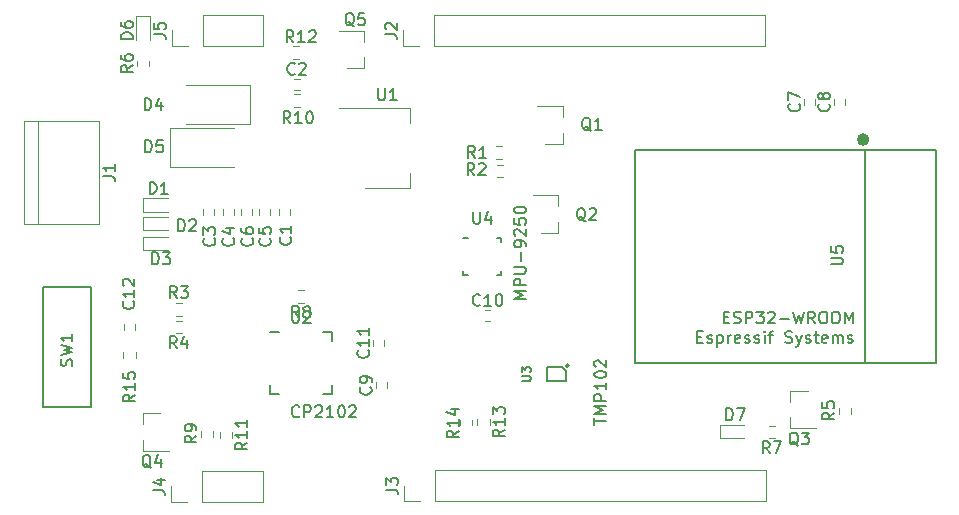
<source format=gto>
G04 #@! TF.GenerationSoftware,KiCad,Pcbnew,5.0.0-rc2-dev-unknown-e0e0687~62~ubuntu16.04.1*
G04 #@! TF.CreationDate,2018-03-18T12:36:43+01:00*
G04 #@! TF.ProjectId,GhostESP32,47686F737445535033322E6B69636164,rev?*
G04 #@! TF.SameCoordinates,Original*
G04 #@! TF.FileFunction,Legend,Top*
G04 #@! TF.FilePolarity,Positive*
%FSLAX46Y46*%
G04 Gerber Fmt 4.6, Leading zero omitted, Abs format (unit mm)*
G04 Created by KiCad (PCBNEW 5.0.0-rc2-dev-unknown-e0e0687~62~ubuntu16.04.1) date Sun Mar 18 12:36:43 2018*
%MOMM*%
%LPD*%
G01*
G04 APERTURE LIST*
%ADD10C,0.150000*%
%ADD11C,0.120000*%
%ADD12C,0.177800*%
%ADD13C,0.500000*%
%ADD14C,0.152400*%
G04 APERTURE END LIST*
D10*
X117054761Y-116157142D02*
X117007142Y-116204761D01*
X116864285Y-116252380D01*
X116769047Y-116252380D01*
X116626190Y-116204761D01*
X116530952Y-116109523D01*
X116483333Y-116014285D01*
X116435714Y-115823809D01*
X116435714Y-115680952D01*
X116483333Y-115490476D01*
X116530952Y-115395238D01*
X116626190Y-115300000D01*
X116769047Y-115252380D01*
X116864285Y-115252380D01*
X117007142Y-115300000D01*
X117054761Y-115347619D01*
X117483333Y-116252380D02*
X117483333Y-115252380D01*
X117864285Y-115252380D01*
X117959523Y-115300000D01*
X118007142Y-115347619D01*
X118054761Y-115442857D01*
X118054761Y-115585714D01*
X118007142Y-115680952D01*
X117959523Y-115728571D01*
X117864285Y-115776190D01*
X117483333Y-115776190D01*
X118435714Y-115347619D02*
X118483333Y-115300000D01*
X118578571Y-115252380D01*
X118816666Y-115252380D01*
X118911904Y-115300000D01*
X118959523Y-115347619D01*
X119007142Y-115442857D01*
X119007142Y-115538095D01*
X118959523Y-115680952D01*
X118388095Y-116252380D01*
X119007142Y-116252380D01*
X119959523Y-116252380D02*
X119388095Y-116252380D01*
X119673809Y-116252380D02*
X119673809Y-115252380D01*
X119578571Y-115395238D01*
X119483333Y-115490476D01*
X119388095Y-115538095D01*
X120578571Y-115252380D02*
X120673809Y-115252380D01*
X120769047Y-115300000D01*
X120816666Y-115347619D01*
X120864285Y-115442857D01*
X120911904Y-115633333D01*
X120911904Y-115871428D01*
X120864285Y-116061904D01*
X120816666Y-116157142D01*
X120769047Y-116204761D01*
X120673809Y-116252380D01*
X120578571Y-116252380D01*
X120483333Y-116204761D01*
X120435714Y-116157142D01*
X120388095Y-116061904D01*
X120340476Y-115871428D01*
X120340476Y-115633333D01*
X120388095Y-115442857D01*
X120435714Y-115347619D01*
X120483333Y-115300000D01*
X120578571Y-115252380D01*
X121292857Y-115347619D02*
X121340476Y-115300000D01*
X121435714Y-115252380D01*
X121673809Y-115252380D01*
X121769047Y-115300000D01*
X121816666Y-115347619D01*
X121864285Y-115442857D01*
X121864285Y-115538095D01*
X121816666Y-115680952D01*
X121245238Y-116252380D01*
X121864285Y-116252380D01*
X136252380Y-106230952D02*
X135252380Y-106230952D01*
X135966666Y-105897619D01*
X135252380Y-105564285D01*
X136252380Y-105564285D01*
X136252380Y-105088095D02*
X135252380Y-105088095D01*
X135252380Y-104707142D01*
X135300000Y-104611904D01*
X135347619Y-104564285D01*
X135442857Y-104516666D01*
X135585714Y-104516666D01*
X135680952Y-104564285D01*
X135728571Y-104611904D01*
X135776190Y-104707142D01*
X135776190Y-105088095D01*
X135252380Y-104088095D02*
X136061904Y-104088095D01*
X136157142Y-104040476D01*
X136204761Y-103992857D01*
X136252380Y-103897619D01*
X136252380Y-103707142D01*
X136204761Y-103611904D01*
X136157142Y-103564285D01*
X136061904Y-103516666D01*
X135252380Y-103516666D01*
X135871428Y-103040476D02*
X135871428Y-102278571D01*
X136252380Y-101754761D02*
X136252380Y-101564285D01*
X136204761Y-101469047D01*
X136157142Y-101421428D01*
X136014285Y-101326190D01*
X135823809Y-101278571D01*
X135442857Y-101278571D01*
X135347619Y-101326190D01*
X135300000Y-101373809D01*
X135252380Y-101469047D01*
X135252380Y-101659523D01*
X135300000Y-101754761D01*
X135347619Y-101802380D01*
X135442857Y-101850000D01*
X135680952Y-101850000D01*
X135776190Y-101802380D01*
X135823809Y-101754761D01*
X135871428Y-101659523D01*
X135871428Y-101469047D01*
X135823809Y-101373809D01*
X135776190Y-101326190D01*
X135680952Y-101278571D01*
X135347619Y-100897619D02*
X135300000Y-100850000D01*
X135252380Y-100754761D01*
X135252380Y-100516666D01*
X135300000Y-100421428D01*
X135347619Y-100373809D01*
X135442857Y-100326190D01*
X135538095Y-100326190D01*
X135680952Y-100373809D01*
X136252380Y-100945238D01*
X136252380Y-100326190D01*
X135252380Y-99421428D02*
X135252380Y-99897619D01*
X135728571Y-99945238D01*
X135680952Y-99897619D01*
X135633333Y-99802380D01*
X135633333Y-99564285D01*
X135680952Y-99469047D01*
X135728571Y-99421428D01*
X135823809Y-99373809D01*
X136061904Y-99373809D01*
X136157142Y-99421428D01*
X136204761Y-99469047D01*
X136252380Y-99564285D01*
X136252380Y-99802380D01*
X136204761Y-99897619D01*
X136157142Y-99945238D01*
X135252380Y-98754761D02*
X135252380Y-98659523D01*
X135300000Y-98564285D01*
X135347619Y-98516666D01*
X135442857Y-98469047D01*
X135633333Y-98421428D01*
X135871428Y-98421428D01*
X136061904Y-98469047D01*
X136157142Y-98516666D01*
X136204761Y-98564285D01*
X136252380Y-98659523D01*
X136252380Y-98754761D01*
X136204761Y-98850000D01*
X136157142Y-98897619D01*
X136061904Y-98945238D01*
X135871428Y-98992857D01*
X135633333Y-98992857D01*
X135442857Y-98945238D01*
X135347619Y-98897619D01*
X135300000Y-98850000D01*
X135252380Y-98754761D01*
X142052380Y-116885714D02*
X142052380Y-116314285D01*
X143052380Y-116600000D02*
X142052380Y-116600000D01*
X143052380Y-115980952D02*
X142052380Y-115980952D01*
X142766666Y-115647619D01*
X142052380Y-115314285D01*
X143052380Y-115314285D01*
X143052380Y-114838095D02*
X142052380Y-114838095D01*
X142052380Y-114457142D01*
X142100000Y-114361904D01*
X142147619Y-114314285D01*
X142242857Y-114266666D01*
X142385714Y-114266666D01*
X142480952Y-114314285D01*
X142528571Y-114361904D01*
X142576190Y-114457142D01*
X142576190Y-114838095D01*
X143052380Y-113314285D02*
X143052380Y-113885714D01*
X143052380Y-113600000D02*
X142052380Y-113600000D01*
X142195238Y-113695238D01*
X142290476Y-113790476D01*
X142338095Y-113885714D01*
X142052380Y-112695238D02*
X142052380Y-112600000D01*
X142100000Y-112504761D01*
X142147619Y-112457142D01*
X142242857Y-112409523D01*
X142433333Y-112361904D01*
X142671428Y-112361904D01*
X142861904Y-112409523D01*
X142957142Y-112457142D01*
X143004761Y-112504761D01*
X143052380Y-112600000D01*
X143052380Y-112695238D01*
X143004761Y-112790476D01*
X142957142Y-112838095D01*
X142861904Y-112885714D01*
X142671428Y-112933333D01*
X142433333Y-112933333D01*
X142242857Y-112885714D01*
X142147619Y-112838095D01*
X142100000Y-112790476D01*
X142052380Y-112695238D01*
X142147619Y-111980952D02*
X142100000Y-111933333D01*
X142052380Y-111838095D01*
X142052380Y-111600000D01*
X142100000Y-111504761D01*
X142147619Y-111457142D01*
X142242857Y-111409523D01*
X142338095Y-111409523D01*
X142480952Y-111457142D01*
X143052380Y-112028571D01*
X143052380Y-111409523D01*
D11*
X106600000Y-107680000D02*
X107100000Y-107680000D01*
X107100000Y-106620000D02*
X106600000Y-106620000D01*
D12*
X139891421Y-111900000D02*
G75*
G03X139891421Y-111900000I-141421J0D01*
G01*
X139350000Y-112000000D02*
X138050000Y-112000000D01*
X139650000Y-112300000D02*
X139650000Y-113200000D01*
X139350000Y-112000000D02*
X139650000Y-112300000D01*
X138050000Y-112000000D02*
X138050000Y-113200000D01*
X138050000Y-113200000D02*
X139650000Y-113200000D01*
D11*
X113980000Y-123430000D02*
X113980000Y-120770000D01*
X108840000Y-123430000D02*
X113980000Y-123430000D01*
X108840000Y-120770000D02*
X113980000Y-120770000D01*
X108840000Y-123430000D02*
X108840000Y-120770000D01*
X107570000Y-123430000D02*
X106240000Y-123430000D01*
X106240000Y-123430000D02*
X106240000Y-122100000D01*
X112850000Y-91450000D02*
X112850000Y-88150000D01*
X112850000Y-88150000D02*
X107450000Y-88150000D01*
X112850000Y-91450000D02*
X107450000Y-91450000D01*
X117100000Y-88920000D02*
X116600000Y-88920000D01*
X116600000Y-89980000D02*
X117100000Y-89980000D01*
X103170000Y-108850000D02*
X103170000Y-108350000D01*
X102230000Y-108350000D02*
X102230000Y-108850000D01*
X124270000Y-110200000D02*
X124270000Y-109700000D01*
X123330000Y-109700000D02*
X123330000Y-110200000D01*
X133250000Y-107180000D02*
X132750000Y-107180000D01*
X132750000Y-108120000D02*
X133250000Y-108120000D01*
X124470000Y-113800000D02*
X124470000Y-113300000D01*
X123530000Y-113300000D02*
X123530000Y-113800000D01*
X162330000Y-89300000D02*
X162330000Y-89800000D01*
X163270000Y-89800000D02*
X163270000Y-89300000D01*
X160770000Y-89800000D02*
X160770000Y-89300000D01*
X159830000Y-89300000D02*
X159830000Y-89800000D01*
X113070000Y-99100000D02*
X113070000Y-98600000D01*
X112130000Y-98600000D02*
X112130000Y-99100000D01*
X113630000Y-98600000D02*
X113630000Y-99100000D01*
X114570000Y-99100000D02*
X114570000Y-98600000D01*
X111570000Y-99100000D02*
X111570000Y-98600000D01*
X110630000Y-98600000D02*
X110630000Y-99100000D01*
X108930000Y-98600000D02*
X108930000Y-99100000D01*
X109870000Y-99100000D02*
X109870000Y-98600000D01*
X116650000Y-88520000D02*
X117150000Y-88520000D01*
X117150000Y-87580000D02*
X116650000Y-87580000D01*
X115380000Y-98600000D02*
X115380000Y-99100000D01*
X116320000Y-99100000D02*
X116320000Y-98600000D01*
X93720000Y-91150000D02*
X100130000Y-91150000D01*
X94950000Y-99850000D02*
X94950000Y-91150000D01*
X100130000Y-99850000D02*
X93720000Y-99850000D01*
X100130000Y-91150000D02*
X100130000Y-99850000D01*
X93720000Y-91150000D02*
X93720000Y-99850000D01*
X103850000Y-97730000D02*
X105950000Y-97730000D01*
X103850000Y-98870000D02*
X105950000Y-98870000D01*
X103850000Y-97730000D02*
X103850000Y-98870000D01*
X103850000Y-99280000D02*
X103850000Y-100420000D01*
X103850000Y-100420000D02*
X105950000Y-100420000D01*
X103850000Y-99280000D02*
X105950000Y-99280000D01*
X103850000Y-100980000D02*
X105950000Y-100980000D01*
X103850000Y-102120000D02*
X105950000Y-102120000D01*
X103850000Y-100980000D02*
X103850000Y-102120000D01*
X104420000Y-82250000D02*
X103280000Y-82250000D01*
X103280000Y-82250000D02*
X103280000Y-84350000D01*
X104420000Y-82250000D02*
X104420000Y-84350000D01*
X152650000Y-116880000D02*
X154750000Y-116880000D01*
X152650000Y-118020000D02*
X154750000Y-118020000D01*
X152650000Y-116880000D02*
X152650000Y-118020000D01*
X106100000Y-91750000D02*
X111500000Y-91750000D01*
X106100000Y-95050000D02*
X111500000Y-95050000D01*
X106100000Y-91750000D02*
X106100000Y-95050000D01*
D10*
X130965000Y-101050000D02*
X131365000Y-101050000D01*
X134165000Y-101050000D02*
X133765000Y-101050000D01*
X134165000Y-101050000D02*
X134165000Y-101450000D01*
X134165000Y-104250000D02*
X133765000Y-104250000D01*
X134165000Y-104250000D02*
X134165000Y-103850000D01*
X130965000Y-104250000D02*
X131365000Y-104250000D01*
X130965000Y-104250000D02*
X130965000Y-103850000D01*
X119837500Y-109037500D02*
X119087500Y-109037500D01*
X119837500Y-114287500D02*
X119087500Y-114287500D01*
X114587500Y-114287500D02*
X115337500Y-114287500D01*
X114587500Y-109037500D02*
X115337500Y-109037500D01*
X119837500Y-114287500D02*
X119837500Y-113537500D01*
X114587500Y-114287500D02*
X114587500Y-113537500D01*
X119837500Y-109037500D02*
X119837500Y-109787500D01*
D13*
X165087981Y-92744000D02*
G75*
G03X165087981Y-92744000I-283981J0D01*
G01*
D10*
X164950000Y-111650000D02*
X164950000Y-93650000D01*
X170950000Y-93650000D02*
X145450000Y-93650000D01*
X170950000Y-111650000D02*
X145450000Y-111650000D01*
X145450000Y-111650000D02*
X145450000Y-93650000D01*
X170950000Y-111650000D02*
X170950000Y-93650000D01*
X99432000Y-115380000D02*
X99432000Y-105220000D01*
X99432000Y-105220000D02*
X95368000Y-105220000D01*
X95368000Y-105220000D02*
X95368000Y-115380000D01*
X95368000Y-115380000D02*
X99432000Y-115380000D01*
X99432000Y-115380000D02*
X99432000Y-115380000D01*
D11*
X106290000Y-84830000D02*
X106290000Y-83500000D01*
X107620000Y-84830000D02*
X106290000Y-84830000D01*
X108890000Y-84830000D02*
X108890000Y-82170000D01*
X108890000Y-82170000D02*
X114030000Y-82170000D01*
X108890000Y-84830000D02*
X114030000Y-84830000D01*
X114030000Y-84830000D02*
X114030000Y-82170000D01*
X156570000Y-123380000D02*
X156570000Y-120720000D01*
X128570000Y-123380000D02*
X156570000Y-123380000D01*
X128570000Y-120720000D02*
X156570000Y-120720000D01*
X128570000Y-123380000D02*
X128570000Y-120720000D01*
X127300000Y-123380000D02*
X125970000Y-123380000D01*
X125970000Y-123380000D02*
X125970000Y-122050000D01*
X125880000Y-84830000D02*
X125880000Y-83500000D01*
X127210000Y-84830000D02*
X125880000Y-84830000D01*
X128480000Y-84830000D02*
X128480000Y-82170000D01*
X128480000Y-82170000D02*
X156480000Y-82170000D01*
X128480000Y-84830000D02*
X156480000Y-84830000D01*
X156480000Y-84830000D02*
X156480000Y-82170000D01*
X116550000Y-85880000D02*
X117050000Y-85880000D01*
X117050000Y-84820000D02*
X116550000Y-84820000D01*
X102170000Y-110700000D02*
X102170000Y-111200000D01*
X103230000Y-111200000D02*
X103230000Y-110700000D01*
X130670000Y-116450000D02*
X130670000Y-116950000D01*
X131730000Y-116950000D02*
X131730000Y-116450000D01*
X134250000Y-93320000D02*
X133750000Y-93320000D01*
X133750000Y-94380000D02*
X134250000Y-94380000D01*
X133800000Y-95930000D02*
X134300000Y-95930000D01*
X134300000Y-94870000D02*
X133800000Y-94870000D01*
X107100000Y-108070000D02*
X106600000Y-108070000D01*
X106600000Y-109130000D02*
X107100000Y-109130000D01*
X103320000Y-86050000D02*
X103320000Y-86550000D01*
X104380000Y-86550000D02*
X104380000Y-86050000D01*
X157300000Y-116970000D02*
X156800000Y-116970000D01*
X156800000Y-118030000D02*
X157300000Y-118030000D01*
X116950000Y-106580000D02*
X117450000Y-106580000D01*
X117450000Y-105520000D02*
X116950000Y-105520000D01*
X109780000Y-117900000D02*
X109780000Y-117400000D01*
X108720000Y-117400000D02*
X108720000Y-117900000D01*
X110320000Y-117500000D02*
X110320000Y-118000000D01*
X111380000Y-118000000D02*
X111380000Y-117500000D01*
X133180000Y-116900000D02*
X133180000Y-116400000D01*
X132120000Y-116400000D02*
X132120000Y-116900000D01*
X163780000Y-115950000D02*
X163780000Y-115450000D01*
X162720000Y-115450000D02*
X162720000Y-115950000D01*
X120400000Y-90040000D02*
X126410000Y-90040000D01*
X122650000Y-96860000D02*
X126410000Y-96860000D01*
X126410000Y-90040000D02*
X126410000Y-91300000D01*
X126410000Y-96860000D02*
X126410000Y-95600000D01*
X139010000Y-100630000D02*
X137550000Y-100630000D01*
X139010000Y-97470000D02*
X136850000Y-97470000D01*
X139010000Y-97470000D02*
X139010000Y-98400000D01*
X139010000Y-100630000D02*
X139010000Y-99700000D01*
X158640000Y-114020000D02*
X158640000Y-114950000D01*
X158640000Y-117180000D02*
X158640000Y-116250000D01*
X158640000Y-117180000D02*
X160800000Y-117180000D01*
X158640000Y-114020000D02*
X160100000Y-114020000D01*
X139360000Y-93080000D02*
X137900000Y-93080000D01*
X139360000Y-89920000D02*
X137200000Y-89920000D01*
X139360000Y-89920000D02*
X139360000Y-90850000D01*
X139360000Y-93080000D02*
X139360000Y-92150000D01*
X122560000Y-86680000D02*
X122560000Y-85750000D01*
X122560000Y-83520000D02*
X122560000Y-84450000D01*
X122560000Y-83520000D02*
X120400000Y-83520000D01*
X122560000Y-86680000D02*
X121100000Y-86680000D01*
X103840000Y-115920000D02*
X105300000Y-115920000D01*
X103840000Y-119080000D02*
X106000000Y-119080000D01*
X103840000Y-119080000D02*
X103840000Y-118150000D01*
X103840000Y-115920000D02*
X103840000Y-116850000D01*
D10*
X106683333Y-106152380D02*
X106350000Y-105676190D01*
X106111904Y-106152380D02*
X106111904Y-105152380D01*
X106492857Y-105152380D01*
X106588095Y-105200000D01*
X106635714Y-105247619D01*
X106683333Y-105342857D01*
X106683333Y-105485714D01*
X106635714Y-105580952D01*
X106588095Y-105628571D01*
X106492857Y-105676190D01*
X106111904Y-105676190D01*
X107016666Y-105152380D02*
X107635714Y-105152380D01*
X107302380Y-105533333D01*
X107445238Y-105533333D01*
X107540476Y-105580952D01*
X107588095Y-105628571D01*
X107635714Y-105723809D01*
X107635714Y-105961904D01*
X107588095Y-106057142D01*
X107540476Y-106104761D01*
X107445238Y-106152380D01*
X107159523Y-106152380D01*
X107064285Y-106104761D01*
X107016666Y-106057142D01*
D14*
X135892714Y-113180571D02*
X136509571Y-113180571D01*
X136582142Y-113144285D01*
X136618428Y-113108000D01*
X136654714Y-113035428D01*
X136654714Y-112890285D01*
X136618428Y-112817714D01*
X136582142Y-112781428D01*
X136509571Y-112745142D01*
X135892714Y-112745142D01*
X135892714Y-112454857D02*
X135892714Y-111983142D01*
X136183000Y-112237142D01*
X136183000Y-112128285D01*
X136219285Y-112055714D01*
X136255571Y-112019428D01*
X136328142Y-111983142D01*
X136509571Y-111983142D01*
X136582142Y-112019428D01*
X136618428Y-112055714D01*
X136654714Y-112128285D01*
X136654714Y-112346000D01*
X136618428Y-112418571D01*
X136582142Y-112454857D01*
D10*
X104692380Y-122433333D02*
X105406666Y-122433333D01*
X105549523Y-122480952D01*
X105644761Y-122576190D01*
X105692380Y-122719047D01*
X105692380Y-122814285D01*
X105025714Y-121528571D02*
X105692380Y-121528571D01*
X104644761Y-121766666D02*
X105359047Y-122004761D01*
X105359047Y-121385714D01*
X103961904Y-90252380D02*
X103961904Y-89252380D01*
X104200000Y-89252380D01*
X104342857Y-89300000D01*
X104438095Y-89395238D01*
X104485714Y-89490476D01*
X104533333Y-89680952D01*
X104533333Y-89823809D01*
X104485714Y-90014285D01*
X104438095Y-90109523D01*
X104342857Y-90204761D01*
X104200000Y-90252380D01*
X103961904Y-90252380D01*
X105390476Y-89585714D02*
X105390476Y-90252380D01*
X105152380Y-89204761D02*
X104914285Y-89919047D01*
X105533333Y-89919047D01*
X116307142Y-91352380D02*
X115973809Y-90876190D01*
X115735714Y-91352380D02*
X115735714Y-90352380D01*
X116116666Y-90352380D01*
X116211904Y-90400000D01*
X116259523Y-90447619D01*
X116307142Y-90542857D01*
X116307142Y-90685714D01*
X116259523Y-90780952D01*
X116211904Y-90828571D01*
X116116666Y-90876190D01*
X115735714Y-90876190D01*
X117259523Y-91352380D02*
X116688095Y-91352380D01*
X116973809Y-91352380D02*
X116973809Y-90352380D01*
X116878571Y-90495238D01*
X116783333Y-90590476D01*
X116688095Y-90638095D01*
X117878571Y-90352380D02*
X117973809Y-90352380D01*
X118069047Y-90400000D01*
X118116666Y-90447619D01*
X118164285Y-90542857D01*
X118211904Y-90733333D01*
X118211904Y-90971428D01*
X118164285Y-91161904D01*
X118116666Y-91257142D01*
X118069047Y-91304761D01*
X117973809Y-91352380D01*
X117878571Y-91352380D01*
X117783333Y-91304761D01*
X117735714Y-91257142D01*
X117688095Y-91161904D01*
X117640476Y-90971428D01*
X117640476Y-90733333D01*
X117688095Y-90542857D01*
X117735714Y-90447619D01*
X117783333Y-90400000D01*
X117878571Y-90352380D01*
X103007142Y-106442857D02*
X103054761Y-106490476D01*
X103102380Y-106633333D01*
X103102380Y-106728571D01*
X103054761Y-106871428D01*
X102959523Y-106966666D01*
X102864285Y-107014285D01*
X102673809Y-107061904D01*
X102530952Y-107061904D01*
X102340476Y-107014285D01*
X102245238Y-106966666D01*
X102150000Y-106871428D01*
X102102380Y-106728571D01*
X102102380Y-106633333D01*
X102150000Y-106490476D01*
X102197619Y-106442857D01*
X103102380Y-105490476D02*
X103102380Y-106061904D01*
X103102380Y-105776190D02*
X102102380Y-105776190D01*
X102245238Y-105871428D01*
X102340476Y-105966666D01*
X102388095Y-106061904D01*
X102197619Y-105109523D02*
X102150000Y-105061904D01*
X102102380Y-104966666D01*
X102102380Y-104728571D01*
X102150000Y-104633333D01*
X102197619Y-104585714D01*
X102292857Y-104538095D01*
X102388095Y-104538095D01*
X102530952Y-104585714D01*
X103102380Y-105157142D01*
X103102380Y-104538095D01*
X122887142Y-110592857D02*
X122934761Y-110640476D01*
X122982380Y-110783333D01*
X122982380Y-110878571D01*
X122934761Y-111021428D01*
X122839523Y-111116666D01*
X122744285Y-111164285D01*
X122553809Y-111211904D01*
X122410952Y-111211904D01*
X122220476Y-111164285D01*
X122125238Y-111116666D01*
X122030000Y-111021428D01*
X121982380Y-110878571D01*
X121982380Y-110783333D01*
X122030000Y-110640476D01*
X122077619Y-110592857D01*
X122982380Y-109640476D02*
X122982380Y-110211904D01*
X122982380Y-109926190D02*
X121982380Y-109926190D01*
X122125238Y-110021428D01*
X122220476Y-110116666D01*
X122268095Y-110211904D01*
X122982380Y-108688095D02*
X122982380Y-109259523D01*
X122982380Y-108973809D02*
X121982380Y-108973809D01*
X122125238Y-109069047D01*
X122220476Y-109164285D01*
X122268095Y-109259523D01*
X132357142Y-106737142D02*
X132309523Y-106784761D01*
X132166666Y-106832380D01*
X132071428Y-106832380D01*
X131928571Y-106784761D01*
X131833333Y-106689523D01*
X131785714Y-106594285D01*
X131738095Y-106403809D01*
X131738095Y-106260952D01*
X131785714Y-106070476D01*
X131833333Y-105975238D01*
X131928571Y-105880000D01*
X132071428Y-105832380D01*
X132166666Y-105832380D01*
X132309523Y-105880000D01*
X132357142Y-105927619D01*
X133309523Y-106832380D02*
X132738095Y-106832380D01*
X133023809Y-106832380D02*
X133023809Y-105832380D01*
X132928571Y-105975238D01*
X132833333Y-106070476D01*
X132738095Y-106118095D01*
X133928571Y-105832380D02*
X134023809Y-105832380D01*
X134119047Y-105880000D01*
X134166666Y-105927619D01*
X134214285Y-106022857D01*
X134261904Y-106213333D01*
X134261904Y-106451428D01*
X134214285Y-106641904D01*
X134166666Y-106737142D01*
X134119047Y-106784761D01*
X134023809Y-106832380D01*
X133928571Y-106832380D01*
X133833333Y-106784761D01*
X133785714Y-106737142D01*
X133738095Y-106641904D01*
X133690476Y-106451428D01*
X133690476Y-106213333D01*
X133738095Y-106022857D01*
X133785714Y-105927619D01*
X133833333Y-105880000D01*
X133928571Y-105832380D01*
X123087142Y-113716666D02*
X123134761Y-113764285D01*
X123182380Y-113907142D01*
X123182380Y-114002380D01*
X123134761Y-114145238D01*
X123039523Y-114240476D01*
X122944285Y-114288095D01*
X122753809Y-114335714D01*
X122610952Y-114335714D01*
X122420476Y-114288095D01*
X122325238Y-114240476D01*
X122230000Y-114145238D01*
X122182380Y-114002380D01*
X122182380Y-113907142D01*
X122230000Y-113764285D01*
X122277619Y-113716666D01*
X123182380Y-113240476D02*
X123182380Y-113050000D01*
X123134761Y-112954761D01*
X123087142Y-112907142D01*
X122944285Y-112811904D01*
X122753809Y-112764285D01*
X122372857Y-112764285D01*
X122277619Y-112811904D01*
X122230000Y-112859523D01*
X122182380Y-112954761D01*
X122182380Y-113145238D01*
X122230000Y-113240476D01*
X122277619Y-113288095D01*
X122372857Y-113335714D01*
X122610952Y-113335714D01*
X122706190Y-113288095D01*
X122753809Y-113240476D01*
X122801428Y-113145238D01*
X122801428Y-112954761D01*
X122753809Y-112859523D01*
X122706190Y-112811904D01*
X122610952Y-112764285D01*
X161887142Y-89716666D02*
X161934761Y-89764285D01*
X161982380Y-89907142D01*
X161982380Y-90002380D01*
X161934761Y-90145238D01*
X161839523Y-90240476D01*
X161744285Y-90288095D01*
X161553809Y-90335714D01*
X161410952Y-90335714D01*
X161220476Y-90288095D01*
X161125238Y-90240476D01*
X161030000Y-90145238D01*
X160982380Y-90002380D01*
X160982380Y-89907142D01*
X161030000Y-89764285D01*
X161077619Y-89716666D01*
X161410952Y-89145238D02*
X161363333Y-89240476D01*
X161315714Y-89288095D01*
X161220476Y-89335714D01*
X161172857Y-89335714D01*
X161077619Y-89288095D01*
X161030000Y-89240476D01*
X160982380Y-89145238D01*
X160982380Y-88954761D01*
X161030000Y-88859523D01*
X161077619Y-88811904D01*
X161172857Y-88764285D01*
X161220476Y-88764285D01*
X161315714Y-88811904D01*
X161363333Y-88859523D01*
X161410952Y-88954761D01*
X161410952Y-89145238D01*
X161458571Y-89240476D01*
X161506190Y-89288095D01*
X161601428Y-89335714D01*
X161791904Y-89335714D01*
X161887142Y-89288095D01*
X161934761Y-89240476D01*
X161982380Y-89145238D01*
X161982380Y-88954761D01*
X161934761Y-88859523D01*
X161887142Y-88811904D01*
X161791904Y-88764285D01*
X161601428Y-88764285D01*
X161506190Y-88811904D01*
X161458571Y-88859523D01*
X161410952Y-88954761D01*
X159387142Y-89716666D02*
X159434761Y-89764285D01*
X159482380Y-89907142D01*
X159482380Y-90002380D01*
X159434761Y-90145238D01*
X159339523Y-90240476D01*
X159244285Y-90288095D01*
X159053809Y-90335714D01*
X158910952Y-90335714D01*
X158720476Y-90288095D01*
X158625238Y-90240476D01*
X158530000Y-90145238D01*
X158482380Y-90002380D01*
X158482380Y-89907142D01*
X158530000Y-89764285D01*
X158577619Y-89716666D01*
X158482380Y-89383333D02*
X158482380Y-88716666D01*
X159482380Y-89145238D01*
X113057142Y-101116666D02*
X113104761Y-101164285D01*
X113152380Y-101307142D01*
X113152380Y-101402380D01*
X113104761Y-101545238D01*
X113009523Y-101640476D01*
X112914285Y-101688095D01*
X112723809Y-101735714D01*
X112580952Y-101735714D01*
X112390476Y-101688095D01*
X112295238Y-101640476D01*
X112200000Y-101545238D01*
X112152380Y-101402380D01*
X112152380Y-101307142D01*
X112200000Y-101164285D01*
X112247619Y-101116666D01*
X112152380Y-100259523D02*
X112152380Y-100450000D01*
X112200000Y-100545238D01*
X112247619Y-100592857D01*
X112390476Y-100688095D01*
X112580952Y-100735714D01*
X112961904Y-100735714D01*
X113057142Y-100688095D01*
X113104761Y-100640476D01*
X113152380Y-100545238D01*
X113152380Y-100354761D01*
X113104761Y-100259523D01*
X113057142Y-100211904D01*
X112961904Y-100164285D01*
X112723809Y-100164285D01*
X112628571Y-100211904D01*
X112580952Y-100259523D01*
X112533333Y-100354761D01*
X112533333Y-100545238D01*
X112580952Y-100640476D01*
X112628571Y-100688095D01*
X112723809Y-100735714D01*
X114557142Y-101116666D02*
X114604761Y-101164285D01*
X114652380Y-101307142D01*
X114652380Y-101402380D01*
X114604761Y-101545238D01*
X114509523Y-101640476D01*
X114414285Y-101688095D01*
X114223809Y-101735714D01*
X114080952Y-101735714D01*
X113890476Y-101688095D01*
X113795238Y-101640476D01*
X113700000Y-101545238D01*
X113652380Y-101402380D01*
X113652380Y-101307142D01*
X113700000Y-101164285D01*
X113747619Y-101116666D01*
X113652380Y-100211904D02*
X113652380Y-100688095D01*
X114128571Y-100735714D01*
X114080952Y-100688095D01*
X114033333Y-100592857D01*
X114033333Y-100354761D01*
X114080952Y-100259523D01*
X114128571Y-100211904D01*
X114223809Y-100164285D01*
X114461904Y-100164285D01*
X114557142Y-100211904D01*
X114604761Y-100259523D01*
X114652380Y-100354761D01*
X114652380Y-100592857D01*
X114604761Y-100688095D01*
X114557142Y-100735714D01*
X111457142Y-101116666D02*
X111504761Y-101164285D01*
X111552380Y-101307142D01*
X111552380Y-101402380D01*
X111504761Y-101545238D01*
X111409523Y-101640476D01*
X111314285Y-101688095D01*
X111123809Y-101735714D01*
X110980952Y-101735714D01*
X110790476Y-101688095D01*
X110695238Y-101640476D01*
X110600000Y-101545238D01*
X110552380Y-101402380D01*
X110552380Y-101307142D01*
X110600000Y-101164285D01*
X110647619Y-101116666D01*
X110885714Y-100259523D02*
X111552380Y-100259523D01*
X110504761Y-100497619D02*
X111219047Y-100735714D01*
X111219047Y-100116666D01*
X109857142Y-101116666D02*
X109904761Y-101164285D01*
X109952380Y-101307142D01*
X109952380Y-101402380D01*
X109904761Y-101545238D01*
X109809523Y-101640476D01*
X109714285Y-101688095D01*
X109523809Y-101735714D01*
X109380952Y-101735714D01*
X109190476Y-101688095D01*
X109095238Y-101640476D01*
X109000000Y-101545238D01*
X108952380Y-101402380D01*
X108952380Y-101307142D01*
X109000000Y-101164285D01*
X109047619Y-101116666D01*
X108952380Y-100783333D02*
X108952380Y-100164285D01*
X109333333Y-100497619D01*
X109333333Y-100354761D01*
X109380952Y-100259523D01*
X109428571Y-100211904D01*
X109523809Y-100164285D01*
X109761904Y-100164285D01*
X109857142Y-100211904D01*
X109904761Y-100259523D01*
X109952380Y-100354761D01*
X109952380Y-100640476D01*
X109904761Y-100735714D01*
X109857142Y-100783333D01*
X116683333Y-87157142D02*
X116635714Y-87204761D01*
X116492857Y-87252380D01*
X116397619Y-87252380D01*
X116254761Y-87204761D01*
X116159523Y-87109523D01*
X116111904Y-87014285D01*
X116064285Y-86823809D01*
X116064285Y-86680952D01*
X116111904Y-86490476D01*
X116159523Y-86395238D01*
X116254761Y-86300000D01*
X116397619Y-86252380D01*
X116492857Y-86252380D01*
X116635714Y-86300000D01*
X116683333Y-86347619D01*
X117064285Y-86347619D02*
X117111904Y-86300000D01*
X117207142Y-86252380D01*
X117445238Y-86252380D01*
X117540476Y-86300000D01*
X117588095Y-86347619D01*
X117635714Y-86442857D01*
X117635714Y-86538095D01*
X117588095Y-86680952D01*
X117016666Y-87252380D01*
X117635714Y-87252380D01*
X116307142Y-101016666D02*
X116354761Y-101064285D01*
X116402380Y-101207142D01*
X116402380Y-101302380D01*
X116354761Y-101445238D01*
X116259523Y-101540476D01*
X116164285Y-101588095D01*
X115973809Y-101635714D01*
X115830952Y-101635714D01*
X115640476Y-101588095D01*
X115545238Y-101540476D01*
X115450000Y-101445238D01*
X115402380Y-101302380D01*
X115402380Y-101207142D01*
X115450000Y-101064285D01*
X115497619Y-101016666D01*
X116402380Y-100064285D02*
X116402380Y-100635714D01*
X116402380Y-100350000D02*
X115402380Y-100350000D01*
X115545238Y-100445238D01*
X115640476Y-100540476D01*
X115688095Y-100635714D01*
X100442380Y-95833333D02*
X101156666Y-95833333D01*
X101299523Y-95880952D01*
X101394761Y-95976190D01*
X101442380Y-96119047D01*
X101442380Y-96214285D01*
X101442380Y-94833333D02*
X101442380Y-95404761D01*
X101442380Y-95119047D02*
X100442380Y-95119047D01*
X100585238Y-95214285D01*
X100680476Y-95309523D01*
X100728095Y-95404761D01*
X104411904Y-97352380D02*
X104411904Y-96352380D01*
X104650000Y-96352380D01*
X104792857Y-96400000D01*
X104888095Y-96495238D01*
X104935714Y-96590476D01*
X104983333Y-96780952D01*
X104983333Y-96923809D01*
X104935714Y-97114285D01*
X104888095Y-97209523D01*
X104792857Y-97304761D01*
X104650000Y-97352380D01*
X104411904Y-97352380D01*
X105935714Y-97352380D02*
X105364285Y-97352380D01*
X105650000Y-97352380D02*
X105650000Y-96352380D01*
X105554761Y-96495238D01*
X105459523Y-96590476D01*
X105364285Y-96638095D01*
X106811904Y-100502380D02*
X106811904Y-99502380D01*
X107050000Y-99502380D01*
X107192857Y-99550000D01*
X107288095Y-99645238D01*
X107335714Y-99740476D01*
X107383333Y-99930952D01*
X107383333Y-100073809D01*
X107335714Y-100264285D01*
X107288095Y-100359523D01*
X107192857Y-100454761D01*
X107050000Y-100502380D01*
X106811904Y-100502380D01*
X107764285Y-99597619D02*
X107811904Y-99550000D01*
X107907142Y-99502380D01*
X108145238Y-99502380D01*
X108240476Y-99550000D01*
X108288095Y-99597619D01*
X108335714Y-99692857D01*
X108335714Y-99788095D01*
X108288095Y-99930952D01*
X107716666Y-100502380D01*
X108335714Y-100502380D01*
X104611904Y-103302380D02*
X104611904Y-102302380D01*
X104850000Y-102302380D01*
X104992857Y-102350000D01*
X105088095Y-102445238D01*
X105135714Y-102540476D01*
X105183333Y-102730952D01*
X105183333Y-102873809D01*
X105135714Y-103064285D01*
X105088095Y-103159523D01*
X104992857Y-103254761D01*
X104850000Y-103302380D01*
X104611904Y-103302380D01*
X105516666Y-102302380D02*
X106135714Y-102302380D01*
X105802380Y-102683333D01*
X105945238Y-102683333D01*
X106040476Y-102730952D01*
X106088095Y-102778571D01*
X106135714Y-102873809D01*
X106135714Y-103111904D01*
X106088095Y-103207142D01*
X106040476Y-103254761D01*
X105945238Y-103302380D01*
X105659523Y-103302380D01*
X105564285Y-103254761D01*
X105516666Y-103207142D01*
X102952380Y-84238095D02*
X101952380Y-84238095D01*
X101952380Y-84000000D01*
X102000000Y-83857142D01*
X102095238Y-83761904D01*
X102190476Y-83714285D01*
X102380952Y-83666666D01*
X102523809Y-83666666D01*
X102714285Y-83714285D01*
X102809523Y-83761904D01*
X102904761Y-83857142D01*
X102952380Y-84000000D01*
X102952380Y-84238095D01*
X101952380Y-82809523D02*
X101952380Y-83000000D01*
X102000000Y-83095238D01*
X102047619Y-83142857D01*
X102190476Y-83238095D01*
X102380952Y-83285714D01*
X102761904Y-83285714D01*
X102857142Y-83238095D01*
X102904761Y-83190476D01*
X102952380Y-83095238D01*
X102952380Y-82904761D01*
X102904761Y-82809523D01*
X102857142Y-82761904D01*
X102761904Y-82714285D01*
X102523809Y-82714285D01*
X102428571Y-82761904D01*
X102380952Y-82809523D01*
X102333333Y-82904761D01*
X102333333Y-83095238D01*
X102380952Y-83190476D01*
X102428571Y-83238095D01*
X102523809Y-83285714D01*
X153211904Y-116502380D02*
X153211904Y-115502380D01*
X153450000Y-115502380D01*
X153592857Y-115550000D01*
X153688095Y-115645238D01*
X153735714Y-115740476D01*
X153783333Y-115930952D01*
X153783333Y-116073809D01*
X153735714Y-116264285D01*
X153688095Y-116359523D01*
X153592857Y-116454761D01*
X153450000Y-116502380D01*
X153211904Y-116502380D01*
X154116666Y-115502380D02*
X154783333Y-115502380D01*
X154354761Y-116502380D01*
X104011904Y-93802380D02*
X104011904Y-92802380D01*
X104250000Y-92802380D01*
X104392857Y-92850000D01*
X104488095Y-92945238D01*
X104535714Y-93040476D01*
X104583333Y-93230952D01*
X104583333Y-93373809D01*
X104535714Y-93564285D01*
X104488095Y-93659523D01*
X104392857Y-93754761D01*
X104250000Y-93802380D01*
X104011904Y-93802380D01*
X105488095Y-92802380D02*
X105011904Y-92802380D01*
X104964285Y-93278571D01*
X105011904Y-93230952D01*
X105107142Y-93183333D01*
X105345238Y-93183333D01*
X105440476Y-93230952D01*
X105488095Y-93278571D01*
X105535714Y-93373809D01*
X105535714Y-93611904D01*
X105488095Y-93707142D01*
X105440476Y-93754761D01*
X105345238Y-93802380D01*
X105107142Y-93802380D01*
X105011904Y-93754761D01*
X104964285Y-93707142D01*
X131803095Y-98852380D02*
X131803095Y-99661904D01*
X131850714Y-99757142D01*
X131898333Y-99804761D01*
X131993571Y-99852380D01*
X132184047Y-99852380D01*
X132279285Y-99804761D01*
X132326904Y-99757142D01*
X132374523Y-99661904D01*
X132374523Y-98852380D01*
X133279285Y-99185714D02*
X133279285Y-99852380D01*
X133041190Y-98804761D02*
X132803095Y-99519047D01*
X133422142Y-99519047D01*
X116450595Y-107239880D02*
X116450595Y-108049404D01*
X116498214Y-108144642D01*
X116545833Y-108192261D01*
X116641071Y-108239880D01*
X116831547Y-108239880D01*
X116926785Y-108192261D01*
X116974404Y-108144642D01*
X117022023Y-108049404D01*
X117022023Y-107239880D01*
X117450595Y-107335119D02*
X117498214Y-107287500D01*
X117593452Y-107239880D01*
X117831547Y-107239880D01*
X117926785Y-107287500D01*
X117974404Y-107335119D01*
X118022023Y-107430357D01*
X118022023Y-107525595D01*
X117974404Y-107668452D01*
X117402976Y-108239880D01*
X118022023Y-108239880D01*
X162102380Y-103311904D02*
X162911904Y-103311904D01*
X163007142Y-103264285D01*
X163054761Y-103216666D01*
X163102380Y-103121428D01*
X163102380Y-102930952D01*
X163054761Y-102835714D01*
X163007142Y-102788095D01*
X162911904Y-102740476D01*
X162102380Y-102740476D01*
X162102380Y-101788095D02*
X162102380Y-102264285D01*
X162578571Y-102311904D01*
X162530952Y-102264285D01*
X162483333Y-102169047D01*
X162483333Y-101930952D01*
X162530952Y-101835714D01*
X162578571Y-101788095D01*
X162673809Y-101740476D01*
X162911904Y-101740476D01*
X163007142Y-101788095D01*
X163054761Y-101835714D01*
X163102380Y-101930952D01*
X163102380Y-102169047D01*
X163054761Y-102264285D01*
X163007142Y-102311904D01*
X150739571Y-109436571D02*
X151072904Y-109436571D01*
X151215761Y-109960380D02*
X150739571Y-109960380D01*
X150739571Y-108960380D01*
X151215761Y-108960380D01*
X151596714Y-109912761D02*
X151691952Y-109960380D01*
X151882428Y-109960380D01*
X151977666Y-109912761D01*
X152025285Y-109817523D01*
X152025285Y-109769904D01*
X151977666Y-109674666D01*
X151882428Y-109627047D01*
X151739571Y-109627047D01*
X151644333Y-109579428D01*
X151596714Y-109484190D01*
X151596714Y-109436571D01*
X151644333Y-109341333D01*
X151739571Y-109293714D01*
X151882428Y-109293714D01*
X151977666Y-109341333D01*
X152453857Y-109293714D02*
X152453857Y-110293714D01*
X152453857Y-109341333D02*
X152549095Y-109293714D01*
X152739571Y-109293714D01*
X152834809Y-109341333D01*
X152882428Y-109388952D01*
X152930047Y-109484190D01*
X152930047Y-109769904D01*
X152882428Y-109865142D01*
X152834809Y-109912761D01*
X152739571Y-109960380D01*
X152549095Y-109960380D01*
X152453857Y-109912761D01*
X153358619Y-109960380D02*
X153358619Y-109293714D01*
X153358619Y-109484190D02*
X153406238Y-109388952D01*
X153453857Y-109341333D01*
X153549095Y-109293714D01*
X153644333Y-109293714D01*
X154358619Y-109912761D02*
X154263380Y-109960380D01*
X154072904Y-109960380D01*
X153977666Y-109912761D01*
X153930047Y-109817523D01*
X153930047Y-109436571D01*
X153977666Y-109341333D01*
X154072904Y-109293714D01*
X154263380Y-109293714D01*
X154358619Y-109341333D01*
X154406238Y-109436571D01*
X154406238Y-109531809D01*
X153930047Y-109627047D01*
X154787190Y-109912761D02*
X154882428Y-109960380D01*
X155072904Y-109960380D01*
X155168142Y-109912761D01*
X155215761Y-109817523D01*
X155215761Y-109769904D01*
X155168142Y-109674666D01*
X155072904Y-109627047D01*
X154930047Y-109627047D01*
X154834809Y-109579428D01*
X154787190Y-109484190D01*
X154787190Y-109436571D01*
X154834809Y-109341333D01*
X154930047Y-109293714D01*
X155072904Y-109293714D01*
X155168142Y-109341333D01*
X155596714Y-109912761D02*
X155691952Y-109960380D01*
X155882428Y-109960380D01*
X155977666Y-109912761D01*
X156025285Y-109817523D01*
X156025285Y-109769904D01*
X155977666Y-109674666D01*
X155882428Y-109627047D01*
X155739571Y-109627047D01*
X155644333Y-109579428D01*
X155596714Y-109484190D01*
X155596714Y-109436571D01*
X155644333Y-109341333D01*
X155739571Y-109293714D01*
X155882428Y-109293714D01*
X155977666Y-109341333D01*
X156453857Y-109960380D02*
X156453857Y-109293714D01*
X156453857Y-108960380D02*
X156406238Y-109008000D01*
X156453857Y-109055619D01*
X156501476Y-109008000D01*
X156453857Y-108960380D01*
X156453857Y-109055619D01*
X156787190Y-109293714D02*
X157168142Y-109293714D01*
X156930047Y-109960380D02*
X156930047Y-109103238D01*
X156977666Y-109008000D01*
X157072904Y-108960380D01*
X157168142Y-108960380D01*
X158215761Y-109912761D02*
X158358619Y-109960380D01*
X158596714Y-109960380D01*
X158691952Y-109912761D01*
X158739571Y-109865142D01*
X158787190Y-109769904D01*
X158787190Y-109674666D01*
X158739571Y-109579428D01*
X158691952Y-109531809D01*
X158596714Y-109484190D01*
X158406238Y-109436571D01*
X158311000Y-109388952D01*
X158263380Y-109341333D01*
X158215761Y-109246095D01*
X158215761Y-109150857D01*
X158263380Y-109055619D01*
X158311000Y-109008000D01*
X158406238Y-108960380D01*
X158644333Y-108960380D01*
X158787190Y-109008000D01*
X159120523Y-109293714D02*
X159358619Y-109960380D01*
X159596714Y-109293714D02*
X159358619Y-109960380D01*
X159263380Y-110198476D01*
X159215761Y-110246095D01*
X159120523Y-110293714D01*
X159930047Y-109912761D02*
X160025285Y-109960380D01*
X160215761Y-109960380D01*
X160311000Y-109912761D01*
X160358619Y-109817523D01*
X160358619Y-109769904D01*
X160311000Y-109674666D01*
X160215761Y-109627047D01*
X160072904Y-109627047D01*
X159977666Y-109579428D01*
X159930047Y-109484190D01*
X159930047Y-109436571D01*
X159977666Y-109341333D01*
X160072904Y-109293714D01*
X160215761Y-109293714D01*
X160311000Y-109341333D01*
X160644333Y-109293714D02*
X161025285Y-109293714D01*
X160787190Y-108960380D02*
X160787190Y-109817523D01*
X160834809Y-109912761D01*
X160930047Y-109960380D01*
X161025285Y-109960380D01*
X161739571Y-109912761D02*
X161644333Y-109960380D01*
X161453857Y-109960380D01*
X161358619Y-109912761D01*
X161311000Y-109817523D01*
X161311000Y-109436571D01*
X161358619Y-109341333D01*
X161453857Y-109293714D01*
X161644333Y-109293714D01*
X161739571Y-109341333D01*
X161787190Y-109436571D01*
X161787190Y-109531809D01*
X161311000Y-109627047D01*
X162215761Y-109960380D02*
X162215761Y-109293714D01*
X162215761Y-109388952D02*
X162263380Y-109341333D01*
X162358619Y-109293714D01*
X162501476Y-109293714D01*
X162596714Y-109341333D01*
X162644333Y-109436571D01*
X162644333Y-109960380D01*
X162644333Y-109436571D02*
X162691952Y-109341333D01*
X162787190Y-109293714D01*
X162930047Y-109293714D01*
X163025285Y-109341333D01*
X163072904Y-109436571D01*
X163072904Y-109960380D01*
X163501476Y-109912761D02*
X163596714Y-109960380D01*
X163787190Y-109960380D01*
X163882428Y-109912761D01*
X163930047Y-109817523D01*
X163930047Y-109769904D01*
X163882428Y-109674666D01*
X163787190Y-109627047D01*
X163644333Y-109627047D01*
X163549095Y-109579428D01*
X163501476Y-109484190D01*
X163501476Y-109436571D01*
X163549095Y-109341333D01*
X163644333Y-109293714D01*
X163787190Y-109293714D01*
X163882428Y-109341333D01*
X153001619Y-107785571D02*
X153334952Y-107785571D01*
X153477809Y-108309380D02*
X153001619Y-108309380D01*
X153001619Y-107309380D01*
X153477809Y-107309380D01*
X153858761Y-108261761D02*
X154001619Y-108309380D01*
X154239714Y-108309380D01*
X154334952Y-108261761D01*
X154382571Y-108214142D01*
X154430190Y-108118904D01*
X154430190Y-108023666D01*
X154382571Y-107928428D01*
X154334952Y-107880809D01*
X154239714Y-107833190D01*
X154049238Y-107785571D01*
X153954000Y-107737952D01*
X153906380Y-107690333D01*
X153858761Y-107595095D01*
X153858761Y-107499857D01*
X153906380Y-107404619D01*
X153954000Y-107357000D01*
X154049238Y-107309380D01*
X154287333Y-107309380D01*
X154430190Y-107357000D01*
X154858761Y-108309380D02*
X154858761Y-107309380D01*
X155239714Y-107309380D01*
X155334952Y-107357000D01*
X155382571Y-107404619D01*
X155430190Y-107499857D01*
X155430190Y-107642714D01*
X155382571Y-107737952D01*
X155334952Y-107785571D01*
X155239714Y-107833190D01*
X154858761Y-107833190D01*
X155763523Y-107309380D02*
X156382571Y-107309380D01*
X156049238Y-107690333D01*
X156192095Y-107690333D01*
X156287333Y-107737952D01*
X156334952Y-107785571D01*
X156382571Y-107880809D01*
X156382571Y-108118904D01*
X156334952Y-108214142D01*
X156287333Y-108261761D01*
X156192095Y-108309380D01*
X155906380Y-108309380D01*
X155811142Y-108261761D01*
X155763523Y-108214142D01*
X156763523Y-107404619D02*
X156811142Y-107357000D01*
X156906380Y-107309380D01*
X157144476Y-107309380D01*
X157239714Y-107357000D01*
X157287333Y-107404619D01*
X157334952Y-107499857D01*
X157334952Y-107595095D01*
X157287333Y-107737952D01*
X156715904Y-108309380D01*
X157334952Y-108309380D01*
X157763523Y-107928428D02*
X158525428Y-107928428D01*
X158906380Y-107309380D02*
X159144476Y-108309380D01*
X159334952Y-107595095D01*
X159525428Y-108309380D01*
X159763523Y-107309380D01*
X160715904Y-108309380D02*
X160382571Y-107833190D01*
X160144476Y-108309380D02*
X160144476Y-107309380D01*
X160525428Y-107309380D01*
X160620666Y-107357000D01*
X160668285Y-107404619D01*
X160715904Y-107499857D01*
X160715904Y-107642714D01*
X160668285Y-107737952D01*
X160620666Y-107785571D01*
X160525428Y-107833190D01*
X160144476Y-107833190D01*
X161334952Y-107309380D02*
X161525428Y-107309380D01*
X161620666Y-107357000D01*
X161715904Y-107452238D01*
X161763523Y-107642714D01*
X161763523Y-107976047D01*
X161715904Y-108166523D01*
X161620666Y-108261761D01*
X161525428Y-108309380D01*
X161334952Y-108309380D01*
X161239714Y-108261761D01*
X161144476Y-108166523D01*
X161096857Y-107976047D01*
X161096857Y-107642714D01*
X161144476Y-107452238D01*
X161239714Y-107357000D01*
X161334952Y-107309380D01*
X162382571Y-107309380D02*
X162573047Y-107309380D01*
X162668285Y-107357000D01*
X162763523Y-107452238D01*
X162811142Y-107642714D01*
X162811142Y-107976047D01*
X162763523Y-108166523D01*
X162668285Y-108261761D01*
X162573047Y-108309380D01*
X162382571Y-108309380D01*
X162287333Y-108261761D01*
X162192095Y-108166523D01*
X162144476Y-107976047D01*
X162144476Y-107642714D01*
X162192095Y-107452238D01*
X162287333Y-107357000D01*
X162382571Y-107309380D01*
X163239714Y-108309380D02*
X163239714Y-107309380D01*
X163573047Y-108023666D01*
X163906380Y-107309380D01*
X163906380Y-108309380D01*
X97804761Y-111887333D02*
X97852380Y-111744476D01*
X97852380Y-111506380D01*
X97804761Y-111411142D01*
X97757142Y-111363523D01*
X97661904Y-111315904D01*
X97566666Y-111315904D01*
X97471428Y-111363523D01*
X97423809Y-111411142D01*
X97376190Y-111506380D01*
X97328571Y-111696857D01*
X97280952Y-111792095D01*
X97233333Y-111839714D01*
X97138095Y-111887333D01*
X97042857Y-111887333D01*
X96947619Y-111839714D01*
X96900000Y-111792095D01*
X96852380Y-111696857D01*
X96852380Y-111458761D01*
X96900000Y-111315904D01*
X96852380Y-110982571D02*
X97852380Y-110744476D01*
X97138095Y-110554000D01*
X97852380Y-110363523D01*
X96852380Y-110125428D01*
X97852380Y-109220666D02*
X97852380Y-109792095D01*
X97852380Y-109506380D02*
X96852380Y-109506380D01*
X96995238Y-109601619D01*
X97090476Y-109696857D01*
X97138095Y-109792095D01*
X104742380Y-83833333D02*
X105456666Y-83833333D01*
X105599523Y-83880952D01*
X105694761Y-83976190D01*
X105742380Y-84119047D01*
X105742380Y-84214285D01*
X104742380Y-82880952D02*
X104742380Y-83357142D01*
X105218571Y-83404761D01*
X105170952Y-83357142D01*
X105123333Y-83261904D01*
X105123333Y-83023809D01*
X105170952Y-82928571D01*
X105218571Y-82880952D01*
X105313809Y-82833333D01*
X105551904Y-82833333D01*
X105647142Y-82880952D01*
X105694761Y-82928571D01*
X105742380Y-83023809D01*
X105742380Y-83261904D01*
X105694761Y-83357142D01*
X105647142Y-83404761D01*
X124422380Y-122383333D02*
X125136666Y-122383333D01*
X125279523Y-122430952D01*
X125374761Y-122526190D01*
X125422380Y-122669047D01*
X125422380Y-122764285D01*
X124422380Y-122002380D02*
X124422380Y-121383333D01*
X124803333Y-121716666D01*
X124803333Y-121573809D01*
X124850952Y-121478571D01*
X124898571Y-121430952D01*
X124993809Y-121383333D01*
X125231904Y-121383333D01*
X125327142Y-121430952D01*
X125374761Y-121478571D01*
X125422380Y-121573809D01*
X125422380Y-121859523D01*
X125374761Y-121954761D01*
X125327142Y-122002380D01*
X124332380Y-83833333D02*
X125046666Y-83833333D01*
X125189523Y-83880952D01*
X125284761Y-83976190D01*
X125332380Y-84119047D01*
X125332380Y-84214285D01*
X124427619Y-83404761D02*
X124380000Y-83357142D01*
X124332380Y-83261904D01*
X124332380Y-83023809D01*
X124380000Y-82928571D01*
X124427619Y-82880952D01*
X124522857Y-82833333D01*
X124618095Y-82833333D01*
X124760952Y-82880952D01*
X125332380Y-83452380D01*
X125332380Y-82833333D01*
X116557142Y-84502380D02*
X116223809Y-84026190D01*
X115985714Y-84502380D02*
X115985714Y-83502380D01*
X116366666Y-83502380D01*
X116461904Y-83550000D01*
X116509523Y-83597619D01*
X116557142Y-83692857D01*
X116557142Y-83835714D01*
X116509523Y-83930952D01*
X116461904Y-83978571D01*
X116366666Y-84026190D01*
X115985714Y-84026190D01*
X117509523Y-84502380D02*
X116938095Y-84502380D01*
X117223809Y-84502380D02*
X117223809Y-83502380D01*
X117128571Y-83645238D01*
X117033333Y-83740476D01*
X116938095Y-83788095D01*
X117890476Y-83597619D02*
X117938095Y-83550000D01*
X118033333Y-83502380D01*
X118271428Y-83502380D01*
X118366666Y-83550000D01*
X118414285Y-83597619D01*
X118461904Y-83692857D01*
X118461904Y-83788095D01*
X118414285Y-83930952D01*
X117842857Y-84502380D01*
X118461904Y-84502380D01*
X103152380Y-114342857D02*
X102676190Y-114676190D01*
X103152380Y-114914285D02*
X102152380Y-114914285D01*
X102152380Y-114533333D01*
X102200000Y-114438095D01*
X102247619Y-114390476D01*
X102342857Y-114342857D01*
X102485714Y-114342857D01*
X102580952Y-114390476D01*
X102628571Y-114438095D01*
X102676190Y-114533333D01*
X102676190Y-114914285D01*
X103152380Y-113390476D02*
X103152380Y-113961904D01*
X103152380Y-113676190D02*
X102152380Y-113676190D01*
X102295238Y-113771428D01*
X102390476Y-113866666D01*
X102438095Y-113961904D01*
X102152380Y-112485714D02*
X102152380Y-112961904D01*
X102628571Y-113009523D01*
X102580952Y-112961904D01*
X102533333Y-112866666D01*
X102533333Y-112628571D01*
X102580952Y-112533333D01*
X102628571Y-112485714D01*
X102723809Y-112438095D01*
X102961904Y-112438095D01*
X103057142Y-112485714D01*
X103104761Y-112533333D01*
X103152380Y-112628571D01*
X103152380Y-112866666D01*
X103104761Y-112961904D01*
X103057142Y-113009523D01*
X130552380Y-117392857D02*
X130076190Y-117726190D01*
X130552380Y-117964285D02*
X129552380Y-117964285D01*
X129552380Y-117583333D01*
X129600000Y-117488095D01*
X129647619Y-117440476D01*
X129742857Y-117392857D01*
X129885714Y-117392857D01*
X129980952Y-117440476D01*
X130028571Y-117488095D01*
X130076190Y-117583333D01*
X130076190Y-117964285D01*
X130552380Y-116440476D02*
X130552380Y-117011904D01*
X130552380Y-116726190D02*
X129552380Y-116726190D01*
X129695238Y-116821428D01*
X129790476Y-116916666D01*
X129838095Y-117011904D01*
X129885714Y-115583333D02*
X130552380Y-115583333D01*
X129504761Y-115821428D02*
X130219047Y-116059523D01*
X130219047Y-115440476D01*
X131933333Y-94302380D02*
X131600000Y-93826190D01*
X131361904Y-94302380D02*
X131361904Y-93302380D01*
X131742857Y-93302380D01*
X131838095Y-93350000D01*
X131885714Y-93397619D01*
X131933333Y-93492857D01*
X131933333Y-93635714D01*
X131885714Y-93730952D01*
X131838095Y-93778571D01*
X131742857Y-93826190D01*
X131361904Y-93826190D01*
X132885714Y-94302380D02*
X132314285Y-94302380D01*
X132600000Y-94302380D02*
X132600000Y-93302380D01*
X132504761Y-93445238D01*
X132409523Y-93540476D01*
X132314285Y-93588095D01*
X131883333Y-95752380D02*
X131550000Y-95276190D01*
X131311904Y-95752380D02*
X131311904Y-94752380D01*
X131692857Y-94752380D01*
X131788095Y-94800000D01*
X131835714Y-94847619D01*
X131883333Y-94942857D01*
X131883333Y-95085714D01*
X131835714Y-95180952D01*
X131788095Y-95228571D01*
X131692857Y-95276190D01*
X131311904Y-95276190D01*
X132264285Y-94847619D02*
X132311904Y-94800000D01*
X132407142Y-94752380D01*
X132645238Y-94752380D01*
X132740476Y-94800000D01*
X132788095Y-94847619D01*
X132835714Y-94942857D01*
X132835714Y-95038095D01*
X132788095Y-95180952D01*
X132216666Y-95752380D01*
X132835714Y-95752380D01*
X106683333Y-110402380D02*
X106350000Y-109926190D01*
X106111904Y-110402380D02*
X106111904Y-109402380D01*
X106492857Y-109402380D01*
X106588095Y-109450000D01*
X106635714Y-109497619D01*
X106683333Y-109592857D01*
X106683333Y-109735714D01*
X106635714Y-109830952D01*
X106588095Y-109878571D01*
X106492857Y-109926190D01*
X106111904Y-109926190D01*
X107540476Y-109735714D02*
X107540476Y-110402380D01*
X107302380Y-109354761D02*
X107064285Y-110069047D01*
X107683333Y-110069047D01*
X102952380Y-86466666D02*
X102476190Y-86800000D01*
X102952380Y-87038095D02*
X101952380Y-87038095D01*
X101952380Y-86657142D01*
X102000000Y-86561904D01*
X102047619Y-86514285D01*
X102142857Y-86466666D01*
X102285714Y-86466666D01*
X102380952Y-86514285D01*
X102428571Y-86561904D01*
X102476190Y-86657142D01*
X102476190Y-87038095D01*
X101952380Y-85609523D02*
X101952380Y-85800000D01*
X102000000Y-85895238D01*
X102047619Y-85942857D01*
X102190476Y-86038095D01*
X102380952Y-86085714D01*
X102761904Y-86085714D01*
X102857142Y-86038095D01*
X102904761Y-85990476D01*
X102952380Y-85895238D01*
X102952380Y-85704761D01*
X102904761Y-85609523D01*
X102857142Y-85561904D01*
X102761904Y-85514285D01*
X102523809Y-85514285D01*
X102428571Y-85561904D01*
X102380952Y-85609523D01*
X102333333Y-85704761D01*
X102333333Y-85895238D01*
X102380952Y-85990476D01*
X102428571Y-86038095D01*
X102523809Y-86085714D01*
X156883333Y-119302380D02*
X156550000Y-118826190D01*
X156311904Y-119302380D02*
X156311904Y-118302380D01*
X156692857Y-118302380D01*
X156788095Y-118350000D01*
X156835714Y-118397619D01*
X156883333Y-118492857D01*
X156883333Y-118635714D01*
X156835714Y-118730952D01*
X156788095Y-118778571D01*
X156692857Y-118826190D01*
X156311904Y-118826190D01*
X157216666Y-118302380D02*
X157883333Y-118302380D01*
X157454761Y-119302380D01*
X117033333Y-107852380D02*
X116700000Y-107376190D01*
X116461904Y-107852380D02*
X116461904Y-106852380D01*
X116842857Y-106852380D01*
X116938095Y-106900000D01*
X116985714Y-106947619D01*
X117033333Y-107042857D01*
X117033333Y-107185714D01*
X116985714Y-107280952D01*
X116938095Y-107328571D01*
X116842857Y-107376190D01*
X116461904Y-107376190D01*
X117604761Y-107280952D02*
X117509523Y-107233333D01*
X117461904Y-107185714D01*
X117414285Y-107090476D01*
X117414285Y-107042857D01*
X117461904Y-106947619D01*
X117509523Y-106900000D01*
X117604761Y-106852380D01*
X117795238Y-106852380D01*
X117890476Y-106900000D01*
X117938095Y-106947619D01*
X117985714Y-107042857D01*
X117985714Y-107090476D01*
X117938095Y-107185714D01*
X117890476Y-107233333D01*
X117795238Y-107280952D01*
X117604761Y-107280952D01*
X117509523Y-107328571D01*
X117461904Y-107376190D01*
X117414285Y-107471428D01*
X117414285Y-107661904D01*
X117461904Y-107757142D01*
X117509523Y-107804761D01*
X117604761Y-107852380D01*
X117795238Y-107852380D01*
X117890476Y-107804761D01*
X117938095Y-107757142D01*
X117985714Y-107661904D01*
X117985714Y-107471428D01*
X117938095Y-107376190D01*
X117890476Y-107328571D01*
X117795238Y-107280952D01*
X108352380Y-117816666D02*
X107876190Y-118150000D01*
X108352380Y-118388095D02*
X107352380Y-118388095D01*
X107352380Y-118007142D01*
X107400000Y-117911904D01*
X107447619Y-117864285D01*
X107542857Y-117816666D01*
X107685714Y-117816666D01*
X107780952Y-117864285D01*
X107828571Y-117911904D01*
X107876190Y-118007142D01*
X107876190Y-118388095D01*
X108352380Y-117340476D02*
X108352380Y-117150000D01*
X108304761Y-117054761D01*
X108257142Y-117007142D01*
X108114285Y-116911904D01*
X107923809Y-116864285D01*
X107542857Y-116864285D01*
X107447619Y-116911904D01*
X107400000Y-116959523D01*
X107352380Y-117054761D01*
X107352380Y-117245238D01*
X107400000Y-117340476D01*
X107447619Y-117388095D01*
X107542857Y-117435714D01*
X107780952Y-117435714D01*
X107876190Y-117388095D01*
X107923809Y-117340476D01*
X107971428Y-117245238D01*
X107971428Y-117054761D01*
X107923809Y-116959523D01*
X107876190Y-116911904D01*
X107780952Y-116864285D01*
X112652380Y-118392857D02*
X112176190Y-118726190D01*
X112652380Y-118964285D02*
X111652380Y-118964285D01*
X111652380Y-118583333D01*
X111700000Y-118488095D01*
X111747619Y-118440476D01*
X111842857Y-118392857D01*
X111985714Y-118392857D01*
X112080952Y-118440476D01*
X112128571Y-118488095D01*
X112176190Y-118583333D01*
X112176190Y-118964285D01*
X112652380Y-117440476D02*
X112652380Y-118011904D01*
X112652380Y-117726190D02*
X111652380Y-117726190D01*
X111795238Y-117821428D01*
X111890476Y-117916666D01*
X111938095Y-118011904D01*
X112652380Y-116488095D02*
X112652380Y-117059523D01*
X112652380Y-116773809D02*
X111652380Y-116773809D01*
X111795238Y-116869047D01*
X111890476Y-116964285D01*
X111938095Y-117059523D01*
X134452380Y-117292857D02*
X133976190Y-117626190D01*
X134452380Y-117864285D02*
X133452380Y-117864285D01*
X133452380Y-117483333D01*
X133500000Y-117388095D01*
X133547619Y-117340476D01*
X133642857Y-117292857D01*
X133785714Y-117292857D01*
X133880952Y-117340476D01*
X133928571Y-117388095D01*
X133976190Y-117483333D01*
X133976190Y-117864285D01*
X134452380Y-116340476D02*
X134452380Y-116911904D01*
X134452380Y-116626190D02*
X133452380Y-116626190D01*
X133595238Y-116721428D01*
X133690476Y-116816666D01*
X133738095Y-116911904D01*
X133452380Y-116007142D02*
X133452380Y-115388095D01*
X133833333Y-115721428D01*
X133833333Y-115578571D01*
X133880952Y-115483333D01*
X133928571Y-115435714D01*
X134023809Y-115388095D01*
X134261904Y-115388095D01*
X134357142Y-115435714D01*
X134404761Y-115483333D01*
X134452380Y-115578571D01*
X134452380Y-115864285D01*
X134404761Y-115959523D01*
X134357142Y-116007142D01*
X162352380Y-115866666D02*
X161876190Y-116200000D01*
X162352380Y-116438095D02*
X161352380Y-116438095D01*
X161352380Y-116057142D01*
X161400000Y-115961904D01*
X161447619Y-115914285D01*
X161542857Y-115866666D01*
X161685714Y-115866666D01*
X161780952Y-115914285D01*
X161828571Y-115961904D01*
X161876190Y-116057142D01*
X161876190Y-116438095D01*
X161352380Y-114961904D02*
X161352380Y-115438095D01*
X161828571Y-115485714D01*
X161780952Y-115438095D01*
X161733333Y-115342857D01*
X161733333Y-115104761D01*
X161780952Y-115009523D01*
X161828571Y-114961904D01*
X161923809Y-114914285D01*
X162161904Y-114914285D01*
X162257142Y-114961904D01*
X162304761Y-115009523D01*
X162352380Y-115104761D01*
X162352380Y-115342857D01*
X162304761Y-115438095D01*
X162257142Y-115485714D01*
X123738095Y-88402380D02*
X123738095Y-89211904D01*
X123785714Y-89307142D01*
X123833333Y-89354761D01*
X123928571Y-89402380D01*
X124119047Y-89402380D01*
X124214285Y-89354761D01*
X124261904Y-89307142D01*
X124309523Y-89211904D01*
X124309523Y-88402380D01*
X125309523Y-89402380D02*
X124738095Y-89402380D01*
X125023809Y-89402380D02*
X125023809Y-88402380D01*
X124928571Y-88545238D01*
X124833333Y-88640476D01*
X124738095Y-88688095D01*
X141304761Y-99647619D02*
X141209523Y-99600000D01*
X141114285Y-99504761D01*
X140971428Y-99361904D01*
X140876190Y-99314285D01*
X140780952Y-99314285D01*
X140828571Y-99552380D02*
X140733333Y-99504761D01*
X140638095Y-99409523D01*
X140590476Y-99219047D01*
X140590476Y-98885714D01*
X140638095Y-98695238D01*
X140733333Y-98600000D01*
X140828571Y-98552380D01*
X141019047Y-98552380D01*
X141114285Y-98600000D01*
X141209523Y-98695238D01*
X141257142Y-98885714D01*
X141257142Y-99219047D01*
X141209523Y-99409523D01*
X141114285Y-99504761D01*
X141019047Y-99552380D01*
X140828571Y-99552380D01*
X141638095Y-98647619D02*
X141685714Y-98600000D01*
X141780952Y-98552380D01*
X142019047Y-98552380D01*
X142114285Y-98600000D01*
X142161904Y-98647619D01*
X142209523Y-98742857D01*
X142209523Y-98838095D01*
X142161904Y-98980952D01*
X141590476Y-99552380D01*
X142209523Y-99552380D01*
X159304761Y-118647619D02*
X159209523Y-118600000D01*
X159114285Y-118504761D01*
X158971428Y-118361904D01*
X158876190Y-118314285D01*
X158780952Y-118314285D01*
X158828571Y-118552380D02*
X158733333Y-118504761D01*
X158638095Y-118409523D01*
X158590476Y-118219047D01*
X158590476Y-117885714D01*
X158638095Y-117695238D01*
X158733333Y-117600000D01*
X158828571Y-117552380D01*
X159019047Y-117552380D01*
X159114285Y-117600000D01*
X159209523Y-117695238D01*
X159257142Y-117885714D01*
X159257142Y-118219047D01*
X159209523Y-118409523D01*
X159114285Y-118504761D01*
X159019047Y-118552380D01*
X158828571Y-118552380D01*
X159590476Y-117552380D02*
X160209523Y-117552380D01*
X159876190Y-117933333D01*
X160019047Y-117933333D01*
X160114285Y-117980952D01*
X160161904Y-118028571D01*
X160209523Y-118123809D01*
X160209523Y-118361904D01*
X160161904Y-118457142D01*
X160114285Y-118504761D01*
X160019047Y-118552380D01*
X159733333Y-118552380D01*
X159638095Y-118504761D01*
X159590476Y-118457142D01*
X141754761Y-91997619D02*
X141659523Y-91950000D01*
X141564285Y-91854761D01*
X141421428Y-91711904D01*
X141326190Y-91664285D01*
X141230952Y-91664285D01*
X141278571Y-91902380D02*
X141183333Y-91854761D01*
X141088095Y-91759523D01*
X141040476Y-91569047D01*
X141040476Y-91235714D01*
X141088095Y-91045238D01*
X141183333Y-90950000D01*
X141278571Y-90902380D01*
X141469047Y-90902380D01*
X141564285Y-90950000D01*
X141659523Y-91045238D01*
X141707142Y-91235714D01*
X141707142Y-91569047D01*
X141659523Y-91759523D01*
X141564285Y-91854761D01*
X141469047Y-91902380D01*
X141278571Y-91902380D01*
X142659523Y-91902380D02*
X142088095Y-91902380D01*
X142373809Y-91902380D02*
X142373809Y-90902380D01*
X142278571Y-91045238D01*
X142183333Y-91140476D01*
X142088095Y-91188095D01*
X121704761Y-83147619D02*
X121609523Y-83100000D01*
X121514285Y-83004761D01*
X121371428Y-82861904D01*
X121276190Y-82814285D01*
X121180952Y-82814285D01*
X121228571Y-83052380D02*
X121133333Y-83004761D01*
X121038095Y-82909523D01*
X120990476Y-82719047D01*
X120990476Y-82385714D01*
X121038095Y-82195238D01*
X121133333Y-82100000D01*
X121228571Y-82052380D01*
X121419047Y-82052380D01*
X121514285Y-82100000D01*
X121609523Y-82195238D01*
X121657142Y-82385714D01*
X121657142Y-82719047D01*
X121609523Y-82909523D01*
X121514285Y-83004761D01*
X121419047Y-83052380D01*
X121228571Y-83052380D01*
X122561904Y-82052380D02*
X122085714Y-82052380D01*
X122038095Y-82528571D01*
X122085714Y-82480952D01*
X122180952Y-82433333D01*
X122419047Y-82433333D01*
X122514285Y-82480952D01*
X122561904Y-82528571D01*
X122609523Y-82623809D01*
X122609523Y-82861904D01*
X122561904Y-82957142D01*
X122514285Y-83004761D01*
X122419047Y-83052380D01*
X122180952Y-83052380D01*
X122085714Y-83004761D01*
X122038095Y-82957142D01*
X104504761Y-120547619D02*
X104409523Y-120500000D01*
X104314285Y-120404761D01*
X104171428Y-120261904D01*
X104076190Y-120214285D01*
X103980952Y-120214285D01*
X104028571Y-120452380D02*
X103933333Y-120404761D01*
X103838095Y-120309523D01*
X103790476Y-120119047D01*
X103790476Y-119785714D01*
X103838095Y-119595238D01*
X103933333Y-119500000D01*
X104028571Y-119452380D01*
X104219047Y-119452380D01*
X104314285Y-119500000D01*
X104409523Y-119595238D01*
X104457142Y-119785714D01*
X104457142Y-120119047D01*
X104409523Y-120309523D01*
X104314285Y-120404761D01*
X104219047Y-120452380D01*
X104028571Y-120452380D01*
X105314285Y-119785714D02*
X105314285Y-120452380D01*
X105076190Y-119404761D02*
X104838095Y-120119047D01*
X105457142Y-120119047D01*
M02*

</source>
